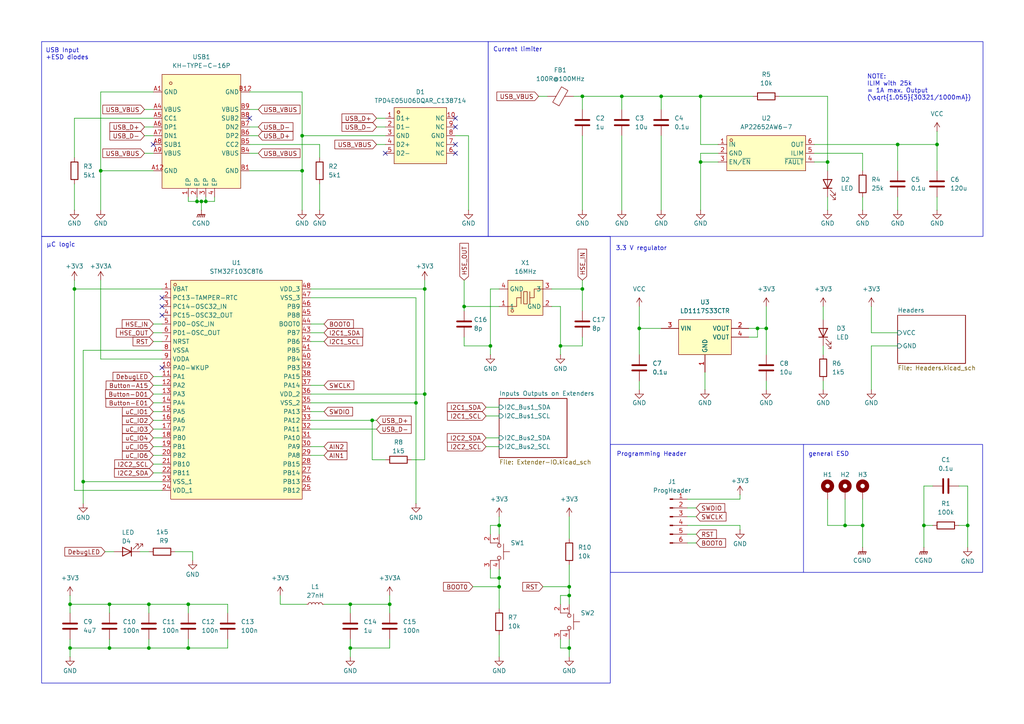
<source format=kicad_sch>
(kicad_sch (version 20231120) (generator "eeschema") (generator_version "8.0")
  (paper "A4")
  (title_block (title "Logic, Power & ESD") (date "2024-09-01") (rev "v0.9.0"))
  (junction (at 113.03 175.26))
  (junction (at 59.69 58.42))
  (junction (at 101.6 187.96))
  (junction (at 168.91 83.82))
  (junction (at 107.95 121.92))
  (junction (at 245.11 152.4))
  (junction (at 144.78 170.18))
  (junction (at 144.78 152.4))
  (junction (at 142.24 100.33))
  (junction (at 162.56 100.33))
  (junction (at 250.19 152.4))
  (junction (at 21.59 83.82))
  (junction (at 165.1 170.18))
  (junction (at 87.63 49.53))
  (junction (at 240.03 46.99))
  (junction (at 260.35 41.91))
  (junction (at 31.75 187.96))
  (junction (at 267.97 152.4))
  (junction (at 203.2 46.99))
  (junction (at 101.6 175.26))
  (junction (at 43.18 187.96))
  (junction (at 87.63 39.37))
  (junction (at 54.61 187.96))
  (junction (at 271.78 41.91))
  (junction (at 180.34 27.94))
  (junction (at 20.32 175.26))
  (junction (at 144.78 167.64))
  (junction (at 57.15 58.42))
  (junction (at 203.2 27.94))
  (junction (at 165.1 187.96))
  (junction (at 219.71 95.25))
  (junction (at 191.77 27.94))
  (junction (at 24.13 139.7))
  (junction (at 20.32 187.96))
  (junction (at 123.19 114.3))
  (junction (at 54.61 175.26))
  (junction (at 168.91 27.94))
  (junction (at 123.19 83.82))
  (junction (at 185.42 95.25))
  (junction (at 222.25 95.25))
  (junction (at 31.75 175.26))
  (junction (at 120.65 116.84))
  (junction (at 43.18 175.26))
  (junction (at 58.42 58.42))
  (junction (at 29.21 49.53))
  (junction (at 165.1 172.72))
  (junction (at 134.62 88.9))
  (junction (at 280.67 152.4))
  (no_connect (at 46.99 86.36))
  (no_connect (at 132.08 44.45))
  (no_connect (at 46.99 88.9))
  (no_connect (at 46.99 91.44))
  (no_connect (at 44.45 41.91))
  (no_connect (at 132.08 41.91))
  (no_connect (at 132.08 36.83))
  (no_connect (at 132.08 34.29))
  (no_connect (at 111.76 44.45))
  (no_connect (at 72.39 34.29))
  (no_connect (at 46.99 106.68))
  (wire (pts (xy 54.61 187.96) (xy 43.18 187.96)))
  (wire (pts (xy 134.62 97.79) (xy 134.62 100.33)))
  (wire (pts (xy 66.04 185.42) (xy 66.04 187.96)))
  (wire (pts (xy 134.62 88.9) (xy 134.62 90.17)))
  (wire (pts (xy 43.18 175.26) (xy 43.18 177.8)))
  (wire (pts (xy 74.93 44.45) (xy 72.39 44.45)))
  (wire (pts (xy 270.51 140.97) (xy 267.97 140.97)))
  (wire (pts (xy 252.73 100.33) (xy 260.35 100.33)))
  (wire (pts (xy 93.98 175.26) (xy 101.6 175.26)))
  (wire (pts (xy 29.21 81.28) (xy 29.21 104.14)))
  (wire (pts (xy 240.03 152.4) (xy 245.11 152.4)))
  (wire (pts (xy 33.02 160.02) (xy 30.48 160.02)))
  (wire (pts (xy 135.89 60.96) (xy 135.89 39.37)))
  (wire (pts (xy 168.91 97.79) (xy 168.91 100.33)))
  (wire (pts (xy 44.45 114.3) (xy 46.99 114.3)))
  (wire (pts (xy 240.03 46.99) (xy 236.22 46.99)))
  (wire (pts (xy 142.24 100.33) (xy 142.24 102.87)))
  (wire (pts (xy 162.56 172.72) (xy 165.1 172.72)))
  (wire (pts (xy 46.99 101.6) (xy 24.13 101.6)))
  (wire (pts (xy 162.56 100.33) (xy 162.56 102.87)))
  (wire (pts (xy 55.88 162.56) (xy 55.88 160.02)))
  (wire (pts (xy 20.32 175.26) (xy 31.75 175.26)))
  (wire (pts (xy 180.34 39.37) (xy 180.34 60.96)))
  (wire (pts (xy 120.65 116.84) (xy 120.65 146.05)))
  (wire (pts (xy 134.62 81.28) (xy 134.62 88.9)))
  (wire (pts (xy 203.2 44.45) (xy 203.2 46.99)))
  (wire (pts (xy 191.77 60.96) (xy 191.77 39.37)))
  (wire (pts (xy 87.63 49.53) (xy 87.63 39.37)))
  (wire (pts (xy 199.39 152.4) (xy 214.63 152.4)))
  (wire (pts (xy 271.78 41.91) (xy 271.78 49.53)))
  (wire (pts (xy 203.2 41.91) (xy 208.28 41.91)))
  (wire (pts (xy 199.39 149.86) (xy 201.93 149.86)))
  (wire (pts (xy 217.17 97.79) (xy 219.71 97.79)))
  (polyline (pts (xy 233.045 128.905) (xy 233.0512 165.9902)))
  (wire (pts (xy 93.98 129.54) (xy 90.17 129.54)))
  (wire (pts (xy 43.18 175.26) (xy 54.61 175.26)))
  (wire (pts (xy 142.24 165.1) (xy 142.24 167.64)))
  (wire (pts (xy 208.28 46.99) (xy 203.2 46.99)))
  (wire (pts (xy 44.45 119.38) (xy 46.99 119.38)))
  (wire (pts (xy 134.62 100.33) (xy 142.24 100.33)))
  (wire (pts (xy 123.19 114.3) (xy 123.19 83.82)))
  (wire (pts (xy 214.63 143.51) (xy 214.63 144.78)))
  (wire (pts (xy 44.45 26.67) (xy 29.21 26.67)))
  (wire (pts (xy 203.2 46.99) (xy 203.2 60.96)))
  (wire (pts (xy 168.91 27.94) (xy 168.91 31.75)))
  (wire (pts (xy 142.24 152.4) (xy 144.78 152.4)))
  (wire (pts (xy 54.61 57.15) (xy 54.61 58.42)))
  (wire (pts (xy 90.17 116.84) (xy 120.65 116.84)))
  (wire (pts (xy 165.1 170.18) (xy 165.1 172.72)))
  (wire (pts (xy 41.91 44.45) (xy 44.45 44.45)))
  (wire (pts (xy 144.78 165.1) (xy 144.78 167.64)))
  (wire (pts (xy 217.17 95.25) (xy 219.71 95.25)))
  (wire (pts (xy 165.1 187.96) (xy 165.1 185.42)))
  (wire (pts (xy 109.22 41.91) (xy 111.76 41.91)))
  (wire (pts (xy 46.99 139.7) (xy 24.13 139.7)))
  (wire (pts (xy 109.22 121.92) (xy 107.95 121.92)))
  (wire (pts (xy 21.59 83.82) (xy 46.99 83.82)))
  (wire (pts (xy 44.45 129.54) (xy 46.99 129.54)))
  (wire (pts (xy 165.1 172.72) (xy 165.1 175.26)))
  (wire (pts (xy 44.45 96.52) (xy 46.99 96.52)))
  (wire (pts (xy 240.03 27.94) (xy 240.03 46.99)))
  (wire (pts (xy 92.71 45.72) (xy 92.71 41.91)))
  (wire (pts (xy 101.6 175.26) (xy 113.03 175.26)))
  (wire (pts (xy 44.45 111.76) (xy 46.99 111.76)))
  (wire (pts (xy 93.98 111.76) (xy 90.17 111.76)))
  (wire (pts (xy 81.28 172.72) (xy 81.28 175.26)))
  (wire (pts (xy 90.17 114.3) (xy 123.19 114.3)))
  (wire (pts (xy 204.47 107.95) (xy 204.47 113.03)))
  (wire (pts (xy 72.39 49.53) (xy 87.63 49.53)))
  (wire (pts (xy 219.71 97.79) (xy 219.71 95.25)))
  (wire (pts (xy 24.13 101.6) (xy 24.13 139.7)))
  (wire (pts (xy 29.21 49.53) (xy 44.45 49.53)))
  (wire (pts (xy 252.73 96.52) (xy 260.35 96.52)))
  (wire (pts (xy 140.97 127) (xy 144.78 127)))
  (wire (pts (xy 21.59 81.28) (xy 21.59 83.82)))
  (wire (pts (xy 66.04 175.26) (xy 66.04 177.8)))
  (wire (pts (xy 162.56 187.96) (xy 165.1 187.96)))
  (wire (pts (xy 162.56 88.9) (xy 162.56 100.33)))
  (wire (pts (xy 134.62 88.9) (xy 144.78 88.9)))
  (wire (pts (xy 54.61 175.26) (xy 66.04 175.26)))
  (wire (pts (xy 93.98 119.38) (xy 90.17 119.38)))
  (wire (pts (xy 165.1 163.83) (xy 165.1 170.18)))
  (wire (pts (xy 280.67 140.97) (xy 280.67 152.4)))
  (wire (pts (xy 166.37 27.94) (xy 168.91 27.94)))
  (wire (pts (xy 250.19 152.4) (xy 250.19 158.75)))
  (wire (pts (xy 20.32 172.72) (xy 20.32 175.26)))
  (wire (pts (xy 260.35 57.15) (xy 260.35 60.96)))
  (wire (pts (xy 168.91 81.28) (xy 168.91 83.82)))
  (wire (pts (xy 113.03 187.96) (xy 101.6 187.96)))
  (wire (pts (xy 240.03 49.53) (xy 240.03 46.99)))
  (wire (pts (xy 162.56 88.9) (xy 160.02 88.9)))
  (wire (pts (xy 31.75 185.42) (xy 31.75 187.96)))
  (wire (pts (xy 252.73 88.9) (xy 252.73 96.52)))
  (wire (pts (xy 113.03 177.8) (xy 113.03 175.26)))
  (wire (pts (xy 54.61 185.42) (xy 54.61 187.96)))
  (wire (pts (xy 271.78 41.91) (xy 260.35 41.91)))
  (wire (pts (xy 142.24 83.82) (xy 142.24 100.33)))
  (wire (pts (xy 199.39 154.94) (xy 201.93 154.94)))
  (wire (pts (xy 74.93 31.75) (xy 72.39 31.75)))
  (wire (pts (xy 271.78 38.1) (xy 271.78 41.91)))
  (wire (pts (xy 267.97 152.4) (xy 267.97 158.75)))
  (wire (pts (xy 54.61 58.42) (xy 57.15 58.42)))
  (wire (pts (xy 101.6 175.26) (xy 101.6 177.8)))
  (wire (pts (xy 41.91 31.75) (xy 44.45 31.75)))
  (wire (pts (xy 58.42 58.42) (xy 59.69 58.42)))
  (wire (pts (xy 144.78 170.18) (xy 144.78 176.53)))
  (wire (pts (xy 199.39 144.78) (xy 214.63 144.78)))
  (wire (pts (xy 238.76 113.03) (xy 238.76 110.49)))
  (wire (pts (xy 92.71 60.96) (xy 92.71 53.34)))
  (wire (pts (xy 260.35 41.91) (xy 260.35 49.53)))
  (wire (pts (xy 120.65 86.36) (xy 120.65 116.84)))
  (wire (pts (xy 29.21 26.67) (xy 29.21 49.53)))
  (wire (pts (xy 250.19 57.15) (xy 250.19 60.96)))
  (wire (pts (xy 90.17 121.92) (xy 107.95 121.92)))
  (wire (pts (xy 156.21 27.94) (xy 158.75 27.94)))
  (wire (pts (xy 44.45 124.46) (xy 46.99 124.46)))
  (wire (pts (xy 101.6 187.96) (xy 101.6 190.5)))
  (wire (pts (xy 168.91 83.82) (xy 160.02 83.82)))
  (wire (pts (xy 93.98 93.98) (xy 90.17 93.98)))
  (wire (pts (xy 140.97 129.54) (xy 144.78 129.54)))
  (wire (pts (xy 113.03 185.42) (xy 113.03 187.96)))
  (wire (pts (xy 168.91 100.33) (xy 162.56 100.33)))
  (wire (pts (xy 87.63 39.37) (xy 111.76 39.37)))
  (wire (pts (xy 185.42 110.49) (xy 185.42 113.03)))
  (wire (pts (xy 271.78 57.15) (xy 271.78 60.96)))
  (wire (pts (xy 87.63 60.96) (xy 87.63 49.53)))
  (wire (pts (xy 101.6 185.42) (xy 101.6 187.96)))
  (wire (pts (xy 165.1 187.96) (xy 165.1 190.5)))
  (wire (pts (xy 93.98 132.08) (xy 90.17 132.08)))
  (wire (pts (xy 90.17 83.82) (xy 123.19 83.82)))
  (wire (pts (xy 226.06 27.94) (xy 240.03 27.94)))
  (wire (pts (xy 24.13 139.7) (xy 24.13 146.05)))
  (wire (pts (xy 168.91 27.94) (xy 180.34 27.94)))
  (wire (pts (xy 222.25 95.25) (xy 222.25 102.87)))
  (wire (pts (xy 31.75 177.8) (xy 31.75 175.26)))
  (wire (pts (xy 180.34 31.75) (xy 180.34 27.94)))
  (wire (pts (xy 109.22 36.83) (xy 111.76 36.83)))
  (wire (pts (xy 203.2 27.94) (xy 203.2 41.91)))
  (wire (pts (xy 185.42 88.9) (xy 185.42 95.25)))
  (wire (pts (xy 191.77 27.94) (xy 191.77 31.75)))
  (wire (pts (xy 142.24 154.94) (xy 142.24 152.4)))
  (wire (pts (xy 203.2 27.94) (xy 218.44 27.94)))
  (wire (pts (xy 142.24 167.64) (xy 144.78 167.64)))
  (wire (pts (xy 168.91 60.96) (xy 168.91 39.37)))
  (wire (pts (xy 199.39 147.32) (xy 201.93 147.32)))
  (wire (pts (xy 43.18 185.42) (xy 43.18 187.96)))
  (wire (pts (xy 57.15 58.42) (xy 58.42 58.42)))
  (wire (pts (xy 250.19 144.78) (xy 250.19 152.4)))
  (wire (pts (xy 219.71 95.25) (xy 222.25 95.25)))
  (wire (pts (xy 41.91 36.83) (xy 44.45 36.83)))
  (wire (pts (xy 107.95 133.35) (xy 107.95 121.92)))
  (wire (pts (xy 280.67 152.4) (xy 278.13 152.4)))
  (wire (pts (xy 44.45 109.22) (xy 46.99 109.22)))
  (wire (pts (xy 199.39 157.48) (xy 201.93 157.48)))
  (wire (pts (xy 270.51 152.4) (xy 267.97 152.4)))
  (wire (pts (xy 250.19 44.45) (xy 250.19 49.53)))
  (wire (pts (xy 29.21 49.53) (xy 29.21 60.96)))
  (wire (pts (xy 240.03 144.78) (xy 240.03 152.4)))
  (wire (pts (xy 140.97 120.65) (xy 144.78 120.65)))
  (wire (pts (xy 44.45 99.06) (xy 46.99 99.06)))
  (wire (pts (xy 144.78 167.64) (xy 144.78 170.18)))
  (wire (pts (xy 165.1 149.86) (xy 165.1 156.21)))
  (wire (pts (xy 44.45 127) (xy 46.99 127)))
  (wire (pts (xy 44.45 134.62) (xy 46.99 134.62)))
  (wire (pts (xy 214.63 153.67) (xy 214.63 152.4)))
  (wire (pts (xy 81.28 175.26) (xy 88.9 175.26)))
  (wire (pts (xy 90.17 124.46) (xy 109.22 124.46)))
  (wire (pts (xy 278.13 140.97) (xy 280.67 140.97)))
  (wire (pts (xy 135.89 39.37) (xy 132.08 39.37)))
  (wire (pts (xy 43.18 160.02) (xy 40.64 160.02)))
  (wire (pts (xy 74.93 39.37) (xy 72.39 39.37)))
  (wire (pts (xy 44.45 121.92) (xy 46.99 121.92)))
  (wire (pts (xy 44.45 132.08) (xy 46.99 132.08)))
  (wire (pts (xy 144.78 152.4) (xy 144.78 149.86)))
  (wire (pts (xy 111.76 133.35) (xy 107.95 133.35)))
  (wire (pts (xy 280.67 158.75) (xy 280.67 152.4)))
  (wire (pts (xy 41.91 39.37) (xy 44.45 39.37)))
  (wire (pts (xy 236.22 44.45) (xy 250.19 44.45)))
  (wire (pts (xy 31.75 175.26) (xy 43.18 175.26)))
  (wire (pts (xy 31.75 187.96) (xy 20.32 187.96)))
  (wire (pts (xy 267.97 140.97) (xy 267.97 152.4)))
  (wire (pts (xy 168.91 83.82) (xy 168.91 90.17)))
  (wire (pts (xy 208.28 44.45) (xy 203.2 44.45)))
  (wire (pts (xy 109.22 34.29) (xy 111.76 34.29)))
  (wire (pts (xy 59.69 57.15) (xy 59.69 58.42)))
  (wire (pts (xy 123.19 133.35) (xy 123.19 114.3)))
  (wire (pts (xy 44.45 137.16) (xy 46.99 137.16)))
  (wire (pts (xy 62.23 58.42) (xy 62.23 57.15)))
  (wire (pts (xy 113.03 172.72) (xy 113.03 175.26)))
  (wire (pts (xy 222.25 110.49) (xy 222.25 113.03)))
  (wire (pts (xy 144.78 83.82) (xy 142.24 83.82)))
  (wire (pts (xy 66.04 187.96) (xy 54.61 187.96)))
  (wire (pts (xy 43.18 187.96) (xy 31.75 187.96)))
  (wire (pts (xy 180.34 27.94) (xy 191.77 27.94)))
  (wire (pts (xy 144.78 152.4) (xy 144.78 154.94)))
  (wire (pts (xy 240.03 60.96) (xy 240.03 57.15)))
  (wire (pts (xy 87.63 26.67) (xy 72.39 26.67)))
  (wire (pts (xy 46.99 142.24) (xy 21.59 142.24)))
  (wire (pts (xy 157.48 170.18) (xy 165.1 170.18)))
  (wire (pts (xy 87.63 39.37) (xy 87.63 26.67)))
  (wire (pts (xy 59.69 58.42) (xy 62.23 58.42)))
  (wire (pts (xy 21.59 142.24) (xy 21.59 83.82)))
  (wire (pts (xy 185.42 102.87) (xy 185.42 95.25)))
  (wire (pts (xy 57.15 57.15) (xy 57.15 58.42)))
  (wire (pts (xy 260.35 41.91) (xy 236.22 41.91)))
  (wire (pts (xy 252.73 113.03) (xy 252.73 100.33)))
  (wire (pts (xy 137.16 170.18) (xy 144.78 170.18)))
  (wire (pts (xy 119.38 133.35) (xy 123.19 133.35)))
  (wire (pts (xy 93.98 96.52) (xy 90.17 96.52)))
  (wire (pts (xy 54.61 175.26) (xy 54.61 177.8)))
  (wire (pts (xy 58.42 58.42) (xy 58.42 60.96)))
  (wire (pts (xy 238.76 100.33) (xy 238.76 102.87)))
  (wire (pts (xy 238.76 92.71) (xy 238.76 88.9)))
  (wire (pts (xy 44.45 116.84) (xy 46.99 116.84)))
  (wire (pts (xy 29.21 104.14) (xy 46.99 104.14)))
  (wire (pts (xy 140.97 118.11) (xy 144.78 118.11)))
  (wire (pts (xy 90.17 86.36) (xy 120.65 86.36)))
  (wire (pts (xy 245.11 144.78) (xy 245.11 152.4)))
  (wire (pts (xy 123.19 81.28) (xy 123.19 83.82)))
  (wire (pts (xy 245.11 152.4) (xy 250.19 152.4)))
  (wire (pts (xy 44.45 93.98) (xy 46.99 93.98)))
  (wire (pts (xy 21.59 34.29) (xy 44.45 34.29)))
  (wire (pts (xy 74.93 36.83) (xy 72.39 36.83)))
  (wire (pts (xy 50.8 160.02) (xy 55.88 160.02)))
  (wire (pts (xy 185.42 95.25) (xy 191.77 95.25)))
  (wire (pts (xy 20.32 187.96) (xy 20.32 190.5)))
  (wire (pts (xy 20.32 185.42) (xy 20.32 187.96)))
  (wire (pts (xy 93.98 99.06) (xy 90.17 99.06)))
  (wire (pts (xy 144.78 184.15) (xy 144.78 190.5)))
  (wire (pts (xy 21.59 60.96) (xy 21.59 53.34)))
  (wire (pts (xy 222.25 88.9) (xy 222.25 95.25)))
  (wire (pts (xy 92.71 41.91) (xy 72.39 41.91)))
  (wire (pts (xy 162.56 175.26) (xy 162.56 172.72)))
  (wire (pts (xy 162.56 185.42) (xy 162.56 187.96)))
  (wire (pts (xy 20.32 175.26) (xy 20.32 177.8)))
  (wire (pts (xy 191.77 27.94) (xy 203.2 27.94)))
  (wire (pts (xy 21.59 45.72) (xy 21.59 34.29)))
  (rectangle (start 12.065 68.58) (end 177.0045 198.12))
  (rectangle (start 12.065 12.065) (end 141.605 68.58))
  (rectangle (start 141.605 12.065) (end 285.115 68.58))
  (rectangle (start 177.0155 128.905) (end 285.0038 166.0117))
  (text "µC logic" (at 13.462 70.358 0) (effects (font (size 1.27 1.27)) (justify left top)))
  (text "3.3 V regulator\n" (at 178.562 71.374 0) (effects (font (size 1.27 1.27)) (justify left top)))
  (text "NOTE:\nILIM with 25k\n= 1A max. Output\n(\\sqrt{1.055}{30321/1000mA})" (at 251.46 21.59 0) (effects (font (size 1.27 1.27)) (justify left top)))
  (text "Current limiter\n" (at 143.002 13.716 0) (effects (font (size 1.27 1.27)) (justify left top)))
  (text "general ESD\n" (at 234.442 131.064 0) (effects (font (size 1.27 1.27)) (justify left top)))
  (text "USB Input\n+ESD diodes" (at 13.208 15.748 0) (effects (font (size 1.27 1.27)) (justify left)))
  (text "Programming Header\n" (at 178.816 131.064 0) (effects (font (size 1.27 1.27)) (justify left top)))
  (global_label "SWDIO" (shape input) (at 93.98 119.38 0) (property "Intersheetrefs" "${INTERSHEET_REFS}" (effects (hide yes))))
  (global_label "I2C1_SCL" (shape input) (at 140.97 120.65 180) (property "Intersheetrefs" "${INTERSHEET_REFS}" (effects (hide yes))))
  (global_label "HSE_OUT" (shape input) (at 44.45 96.52 180) (property "Intersheetrefs" "${INTERSHEET_REFS}" (effects (hide yes))))
  (global_label "HSE_IN" (shape input) (at 168.91 81.28 90) (property "Intersheetrefs" "${INTERSHEET_REFS}" (effects (hide yes))))
  (global_label "USB_VBUS" (shape input) (at 156.21 27.94 180) (property "Intersheetrefs" "${INTERSHEET_REFS}" (effects (hide yes))))
  (global_label "I2C2_SCL" (shape input) (at 140.97 129.54 180) (property "Intersheetrefs" "${INTERSHEET_REFS}" (effects (hide yes))))
  (global_label "USB_VBUS" (shape input) (at 109.22 41.91 180) (property "Intersheetrefs" "${INTERSHEET_REFS}" (effects (hide yes))))
  (global_label "USB_VBUS" (shape input) (at 41.91 44.45 180) (property "Intersheetrefs" "${INTERSHEET_REFS}" (effects (hide yes))))
  (global_label "SWCLK" (shape input) (at 93.98 111.76 0) (property "Intersheetrefs" "${INTERSHEET_REFS}" (effects (hide yes))))
  (global_label "USB_D+" (shape input) (at 41.91 36.83 180) (property "Intersheetrefs" "${INTERSHEET_REFS}" (effects (hide yes))))
  (global_label "AIN2" (shape input) (at 93.98 129.54 0) (property "Intersheetrefs" "${INTERSHEET_REFS}" (effects (hide yes))))
  (global_label "BOOT0" (shape input) (at 201.93 157.48 0) (property "Intersheetrefs" "${INTERSHEET_REFS}" (effects (hide yes))))
  (global_label "I2C2_SDA" (shape input) (at 140.97 127 180) (property "Intersheetrefs" "${INTERSHEET_REFS}" (effects (hide yes))))
  (global_label "BOOT0" (shape input) (at 137.16 170.18 180) (property "Intersheetrefs" "${INTERSHEET_REFS}" (effects (hide yes))))
  (global_label "I2C1_SCL" (shape input) (at 93.98 99.06 0) (property "Intersheetrefs" "${INTERSHEET_REFS}" (effects (hide yes))))
  (global_label "USB_D-" (shape input) (at 109.22 36.83 180) (property "Intersheetrefs" "${INTERSHEET_REFS}" (effects (hide yes))))
  (global_label "I2C2_SCL" (shape input) (at 44.45 134.62 180) (property "Intersheetrefs" "${INTERSHEET_REFS}" (effects (hide yes))))
  (global_label "Button-E01" (shape input) (at 44.45 116.84 180) (property "Intersheetrefs" "${INTERSHEET_REFS}" (effects (hide yes))))
  (global_label "HSE_IN" (shape input) (at 44.45 93.98 180) (property "Intersheetrefs" "${INTERSHEET_REFS}" (effects (hide yes))))
  (global_label "I2C1_SDA" (shape input) (at 140.97 118.11 180) (property "Intersheetrefs" "${INTERSHEET_REFS}" (effects (hide yes))))
  (global_label "uC_IO5" (shape input) (at 44.45 129.54 180) (property "Intersheetrefs" "${INTERSHEET_REFS}" (effects (hide yes))))
  (global_label "DebugLED" (shape input) (at 30.48 160.02 180) (property "Intersheetrefs" "${INTERSHEET_REFS}" (effects (hide yes))))
  (global_label "uC_IO6" (shape input) (at 44.45 132.08 180) (property "Intersheetrefs" "${INTERSHEET_REFS}" (effects (hide yes))))
  (global_label "uC_IO2" (shape input) (at 44.45 121.92 180) (property "Intersheetrefs" "${INTERSHEET_REFS}" (effects (hide yes))))
  (global_label "Button-A15" (shape input) (at 44.45 111.76 180) (property "Intersheetrefs" "${INTERSHEET_REFS}" (effects (hide yes))))
  (global_label "RST" (shape input) (at 201.93 154.94 0) (property "Intersheetrefs" "${INTERSHEET_REFS}" (effects (hide yes))))
  (global_label "HSE_OUT" (shape input) (at 134.62 81.28 90) (property "Intersheetrefs" "${INTERSHEET_REFS}" (effects (hide yes))))
  (global_label "SWCLK" (shape input) (at 201.93 149.86 0) (property "Intersheetrefs" "${INTERSHEET_REFS}" (effects (hide yes))))
  (global_label "USB_D-" (shape input) (at 109.22 124.46 0) (property "Intersheetrefs" "${INTERSHEET_REFS}" (effects (hide yes))))
  (global_label "AIN1" (shape input) (at 93.98 132.08 0) (property "Intersheetrefs" "${INTERSHEET_REFS}" (effects (hide yes))))
  (global_label "Button-D01" (shape input) (at 44.45 114.3 180) (property "Intersheetrefs" "${INTERSHEET_REFS}" (effects (hide yes))))
  (global_label "USB_D-" (shape input) (at 41.91 39.37 180) (property "Intersheetrefs" "${INTERSHEET_REFS}" (effects (hide yes))))
  (global_label "USB_D+" (shape input) (at 109.22 34.29 180) (property "Intersheetrefs" "${INTERSHEET_REFS}" (effects (hide yes))))
  (global_label "USB_VBUS" (shape input) (at 41.91 31.75 180) (property "Intersheetrefs" "${INTERSHEET_REFS}" (effects (hide yes))))
  (global_label "uC_IO1" (shape input) (at 44.45 119.38 180) (property "Intersheetrefs" "${INTERSHEET_REFS}" (effects (hide yes))))
  (global_label "uC_IO4" (shape input) (at 44.45 127 180) (property "Intersheetrefs" "${INTERSHEET_REFS}" (effects (hide yes))))
  (global_label "USB_VBUS" (shape input) (at 74.93 31.75 0) (property "Intersheetrefs" "${INTERSHEET_REFS}" (effects (hide yes))))
  (global_label "USB_D+" (shape input) (at 109.22 121.92 0) (property "Intersheetrefs" "${INTERSHEET_REFS}" (effects (hide yes))))
  (global_label "USB_D-" (shape input) (at 74.93 36.83 0) (property "Intersheetrefs" "${INTERSHEET_REFS}" (effects (hide yes))))
  (global_label "USB_D+" (shape input) (at 74.93 39.37 0) (property "Intersheetrefs" "${INTERSHEET_REFS}" (effects (hide yes))))
  (global_label "I2C1_SDA" (shape input) (at 93.98 96.52 0) (property "Intersheetrefs" "${INTERSHEET_REFS}" (effects (hide yes))))
  (global_label "DebugLED" (shape input) (at 44.45 109.22 180) (property "Intersheetrefs" "${INTERSHEET_REFS}" (effects (hide yes))))
  (global_label "BOOT0" (shape input) (at 93.98 93.98 0) (property "Intersheetrefs" "${INTERSHEET_REFS}" (effects (hide yes))))
  (global_label "RST" (shape input) (at 157.48 170.18 180) (property "Intersheetrefs" "${INTERSHEET_REFS}" (effects (hide yes))))
  (global_label "SWDIO" (shape input) (at 201.93 147.32 0) (property "Intersheetrefs" "${INTERSHEET_REFS}" (effects (hide yes))))
  (global_label "USB_VBUS" (shape input) (at 74.93 44.45 0) (property "Intersheetrefs" "${INTERSHEET_REFS}" (effects (hide yes))))
  (global_label "RST" (shape input) (at 44.45 99.06 180) (property "Intersheetrefs" "${INTERSHEET_REFS}" (effects (hide yes))))
  (global_label "uC_IO3" (shape input) (at 44.45 124.46 180) (property "Intersheetrefs" "${INTERSHEET_REFS}" (effects (hide yes))))
  (global_label "I2C2_SDA" (shape input) (at 44.45 137.16 180) (property "Intersheetrefs" "${INTERSHEET_REFS}" (effects (hide yes))))
  (symbol (lib_id "power:GND") (at 87.63 60.96 0) (unit 1)
    (property "Reference" "#PWR03" (effects (hide yes)))
    (property "Value" "GND" (at 87.63 64.77 0))
    (property "Description" "Power symbol creates a global label with name \"GND\" , ground" (effects (hide yes)))
  )
  (symbol (lib_id "power:GND") (at 142.24 102.87 0) (unit 1)
    (property "Reference" "#PWR028" (effects (hide yes)))
    (property "Value" "GND" (at 142.24 106.934 0))
    (property "Description" "Power symbol creates a global label with name \"GND\" , ground" (effects (hide yes)))
  )
  (symbol (lib_id "power:+3V3") (at 113.03 172.72 0) (unit 1)
    (property "Reference" "#PWR038" (effects (hide yes)))
    (property "Value" "+3V3A" (at 113.03 167.64 0))
    (property "Description" "Power symbol creates a global label with name \"+3V3\"" (effects (hide yes)))
  )
  (symbol (lib_id "power:GND") (at 240.03 60.96 0) (unit 1)
    (property "Reference" "#PWR021" (effects (hide yes)))
    (property "Value" "GND" (at 240.03 64.77 0))
    (property "Description" "Power symbol creates a global label with name \"GND\" , ground" (effects (hide yes)))
  )
  (symbol (lib_id "Device:C") (at 54.61 181.61 180) (unit 1)
    (property "Reference" "C12" (at 58.42 180.3399 0) (effects (justify right)))
    (property "Value" "100n" (at 58.42 182.8799 0) (effects (justify right)))
    (property "Footprint" "Capacitor_SMD:C_0603_1608Metric" (effects (hide yes)))
    (property "Description" "Unpolarized capacitor" (effects (hide yes)))
  )
  (symbol (lib_id "Device:C") (at 134.62 93.98 180) (unit 1)
    (property "Reference" "C16" (at 137.414 92.71 0) (effects (justify right)))
    (property "Value" "8p" (at 137.414 95.25 0) (effects (justify right)))
    (property "Footprint" "Capacitor_SMD:C_0603_1608Metric" (effects (hide yes)))
    (property "Description" "Unpolarized capacitor" (effects (hide yes)))
  )
  (symbol (lib_id "Device:C") (at 101.6 181.61 180) (unit 1)
    (property "Reference" "C14" (at 105.41 180.3399 0) (effects (justify right)))
    (property "Value" "1u" (at 105.41 182.8799 0) (effects (justify right)))
    (property "Footprint" "Capacitor_SMD:C_0603_1608Metric" (effects (hide yes)))
    (property "Description" "Unpolarized capacitor" (effects (hide yes)))
  )
  (symbol (lib_id "power:GND") (at 29.21 60.96 0) (unit 1)
    (property "Reference" "#PWR01" (effects (hide yes)))
    (property "Value" "GND" (at 29.21 64.77 0))
    (property "Description" "Power symbol creates a global label with name \"GND\" , ground" (effects (hide yes)))
  )
  (symbol (lib_id "power:GND") (at 280.67 158.75 0) (unit 1)
    (property "Reference" "#PWR09" (effects (hide yes)))
    (property "Value" "GND" (at 280.67 162.814 0))
    (property "Description" "Power symbol creates a global label with name \"GND\" , ground" (effects (hide yes)))
  )
  (symbol (lib_id "Device:R") (at 144.78 180.34 180) (unit 1)
    (property "Reference" "R7" (at 147.32 179.0699 0) (effects (justify right)))
    (property "Value" "10k" (at 147.32 181.6099 0) (effects (justify right)))
    (property "Footprint" "Resistor_SMD:R_0603_1608Metric" (effects (hide yes)))
    (property "Description" "Resistor" (effects (hide yes)))
  )
  (symbol (lib_id "easyeda2kicad:KH-TYPE-C-16P") (at 59.69 39.37 0) (unit 1)
    (property "Reference" "USB1" (at 58.42 16.51 0))
    (property "Value" "KH-TYPE-C-16P" (at 58.42 19.05 0))
    (property "Footprint" "easyeda2kicad:USB-C-SMD_KH-TYPE-C-16P" (effects (hide yes)))
    (property "Datasheet" "https://lcsc.com/product-detail/USB-Connectors_Shenzhen-Kinghelm-Elec-KH-TYPE-C-16P_C709357.html" (effects (hide yes)))
    (property "LCSC Part" "C709357" (effects (hide yes)))
  )
  (symbol (lib_id "power:GND") (at 271.78 60.96 0) (unit 1)
    (property "Reference" "#PWR020" (effects (hide yes)))
    (property "Value" "GND" (at 271.78 64.77 0))
    (property "Description" "Power symbol creates a global label with name \"GND\" , ground" (effects (hide yes)))
  )
  (symbol (lib_id "power:GND") (at 168.91 60.96 0) (unit 1)
    (property "Reference" "#PWR06" (effects (hide yes)))
    (property "Value" "GND" (at 168.91 64.77 0))
    (property "Description" "Power symbol creates a global label with name \"GND\" , ground" (effects (hide yes)))
  )
  (symbol (lib_id "power:GNDPWR") (at 250.19 158.75 0) (unit 1)
    (property "Reference" "#PWR07" (effects (hide yes)))
    (property "Value" "CGND" (at 250.063 162.56 0))
    (property "Description" "Power symbol creates a global label with name \"GNDPWR\" , global ground" (effects (hide yes)))
  )
  (symbol (lib_id "Device:C") (at 43.18 181.61 180) (unit 1)
    (property "Reference" "C11" (at 46.99 180.3399 0) (effects (justify right)))
    (property "Value" "100n" (at 46.99 182.8799 0) (effects (justify right)))
    (property "Footprint" "Capacitor_SMD:C_0603_1608Metric" (effects (hide yes)))
    (property "Description" "Unpolarized capacitor" (effects (hide yes)))
  )
  (symbol (lib_id "Device:R") (at 238.76 106.68 0) (unit 1)
    (property "Reference" "R6" (at 241.3 105.4099 0) (effects (justify left)))
    (property "Value" "1k5" (at 241.3 107.9499 0) (effects (justify left)))
    (property "Footprint" "Resistor_SMD:R_0603_1608Metric" (effects (hide yes)))
    (property "Description" "Resistor" (effects (hide yes)))
  )
  (symbol (lib_id "power:GND") (at 21.59 60.96 0) (unit 1)
    (property "Reference" "#PWR04" (effects (hide yes)))
    (property "Value" "GND" (at 21.59 64.77 0))
    (property "Description" "Power symbol creates a global label with name \"GND\" , ground" (effects (hide yes)))
  )
  (symbol (lib_id "power:VCC") (at 185.42 88.9 0) (unit 1)
    (property "Reference" "#PWR015" (effects (hide yes)))
    (property "Value" "VCC" (at 185.42 83.82 0))
    (property "Description" "Power symbol creates a global label with name \"VCC\"" (effects (hide yes)))
  )
  (symbol (lib_id "Device:R") (at 274.32 152.4 270) (unit 1)
    (property "Reference" "R1" (at 274.32 146.05 90))
    (property "Value" "100k" (at 274.32 148.59 90))
    (property "Footprint" "Resistor_SMD:R_0805_2012Metric" (effects (hide yes)))
    (property "Description" "Resistor" (effects (hide yes)))
  )
  (symbol (lib_id "Device:LED") (at 238.76 96.52 90) (unit 1)
    (property "Reference" "D3" (at 242.57 95.25 90) (effects (justify right)))
    (property "Value" "LED" (at 242.57 97.79 90) (effects (justify right)))
    (property "Footprint" "LED_SMD:LED_0603_1608Metric" (effects (hide yes)))
    (property "Description" "Light emitting diode" (effects (hide yes)))
  )
  (symbol (lib_id "power:+3V3") (at 144.78 149.86 0) (unit 1)
    (property "Reference" "#PWR041" (effects (hide yes)))
    (property "Value" "+3V3" (at 144.78 144.78 0))
    (property "Description" "Power symbol creates a global label with name \"+3V3\"" (effects (hide yes)))
  )
  (symbol (lib_id "power:+3V3") (at 81.28 172.72 0) (unit 1)
    (property "Reference" "#PWR035" (effects (hide yes)))
    (property "Value" "+3V3" (at 81.28 167.64 0))
    (property "Description" "Power symbol creates a global label with name \"+3V3\"" (effects (hide yes)))
  )
  (symbol (lib_id "Mechanical:MountingHole_Pad_MP") (at 240.03 142.24 0) (unit 1) (exclude_from_sim yes) (in_bom no)
    (property "Reference" "H1" (at 240.03 137.668 0))
    (property "Value" "MountingHole_Pad_MP" (effects (hide yes)))
    (property "Footprint" "MountingHole:MountingHole_3.2mm_M3_DIN965_Pad_TopBottom" (effects (hide yes)))
    (property "Description" "Mounting Hole with connection as pad named MP" (effects (hide yes)))
  )
  (symbol (lib_id "power:+3V3") (at 20.32 172.72 0) (unit 1)
    (property "Reference" "#PWR031" (effects (hide yes)))
    (property "Value" "+3V3" (at 20.32 167.64 0))
    (property "Description" "Power symbol creates a global label with name \"+3V3\"" (effects (hide yes)))
  )
  (symbol (lib_id "Device:C") (at 66.04 181.61 180) (unit 1)
    (property "Reference" "C13" (at 69.85 180.3399 0) (effects (justify right)))
    (property "Value" "100n" (at 69.85 182.8799 0) (effects (justify right)))
    (property "Footprint" "Capacitor_SMD:C_0603_1608Metric" (effects (hide yes)))
    (property "Description" "Unpolarized capacitor" (effects (hide yes)))
  )
  (symbol (lib_id "Device:FerriteBead") (at 162.56 27.94 90) (unit 1)
    (property "Reference" "FB1" (at 162.5092 20.32 90))
    (property "Value" "100R@100MHz" (at 162.5092 22.86 90))
    (property "Footprint" "easyeda2kicad:L0603" (effects (hide yes)))
    (property "Datasheet" "https://lcsc.com/product-detail/Ferrite-Beads-And-Chips_TDK_MPZ1608S101ATAH0_100R-25-at100MHz_C107332.html" (effects (hide yes)))
    (property "Description" "Ferrite bead" (effects (hide yes)))
    (property "LCSC Part" "C107332" (effects (hide yes)))
  )
  (symbol (lib_id "power:+3V3") (at 222.25 88.9 0) (unit 1)
    (property "Reference" "#PWR024" (effects (hide yes)))
    (property "Value" "+3V3" (at 222.25 83.82 0))
    (property "Description" "Power symbol creates a global label with name \"+3V3\"" (effects (hide yes)))
  )
  (symbol (lib_id "power:GND") (at 238.76 113.03 0) (unit 1)
    (property "Reference" "#PWR029" (effects (hide yes)))
    (property "Value" "GND" (at 238.76 116.84 0))
    (property "Description" "Power symbol creates a global label with name \"GND\" , ground" (effects (hide yes)))
  )
  (symbol (lib_id "Connector:Conn_01x06_Pin") (at 194.31 149.86 0) (unit 1)
    (property "Reference" "J1" (at 194.945 139.7 0))
    (property "Value" "ProgHeader" (at 194.945 142.24 0))
    (property "Footprint" "easyeda2kicad:HDR-SMD_6P-P2.54-V-M-LS4.8_R2" (effects (hide yes)))
    (property "Datasheet" "https://www.lcsc.com/product-detail/Pin-Headers_XKB-Connection-X6511WVS-06H-C60D48R2_C2883763.html" (effects (hide yes)))
    (property "Description" "Generic connector, single row, 01x06, script generated" (effects (hide yes)))
    (property "LCSC Part" "C2883763" (effects (hide yes)))
  )
  (symbol (lib_id "easyeda2kicad:STM32F103C8T6") (at 68.58 113.03 0) (unit 1)
    (property "Reference" "U1" (at 68.58 76.2 0))
    (property "Value" "STM32F103C8T6" (at 68.58 78.74 0))
    (property "Footprint" "easyeda2kicad:LQFP-48_L7.0-W7.0-P0.50-LS9.0-BL" (effects (hide yes)))
    (property "Datasheet" "https://lcsc.com/product-detail/ST-Microelectronics_STMicroelectronics_STM32F103C8T6_STM32F103C8T6_C8734.html" (effects (hide yes)))
    (property "LCSC Part" "C8734" (effects (hide yes)))
  )
  (symbol (lib_id "power:GND") (at 120.65 146.05 0) (mirror y) (unit 1)
    (property "Reference" "#PWR040" (effects (hide yes)))
    (property "Value" "GND" (at 120.65 150.114 0))
    (property "Description" "Power symbol creates a global label with name \"GND\" , ground" (effects (hide yes)))
  )
  (symbol (lib_id "power:GNDPWR") (at 58.42 60.96 0) (unit 1)
    (property "Reference" "#PWR02" (effects (hide yes)))
    (property "Value" "CGND" (at 58.293 64.77 0))
    (property "Description" "Power symbol creates a global label with name \"GNDPWR\" , global ground" (effects (hide yes)))
  )
  (symbol (lib_id "Device:R") (at 46.99 160.02 90) (unit 1)
    (property "Reference" "R9" (at 48.895 156.8451 90) (effects (justify left)))
    (property "Value" "1k5" (at 48.895 154.3051 90) (effects (justify left)))
    (property "Footprint" "Resistor_SMD:R_0603_1608Metric" (effects (hide yes)))
    (property "Description" "Resistor" (effects (hide yes)))
  )
  (symbol (lib_id "power:GND") (at 214.63 153.67 0) (mirror y) (unit 1)
    (property "Reference" "#PWR044" (effects (hide yes)))
    (property "Value" "GND" (at 214.63 157.734 0))
    (property "Description" "Power symbol creates a global label with name \"GND\" , ground" (effects (hide yes)))
  )
  (symbol (lib_id "easyeda2kicad:TZ0233A") (at 152.4 86.36 0) (unit 1)
    (property "Reference" "X1" (at 152.4 76.2 0))
    (property "Value" "16MHz" (at 152.4 78.74 0))
    (property "Footprint" "easyeda2kicad:CRYSTAL-SMD_4P-L3.2-W2.5-BL_SIT8008BI" (effects (hide yes)))
    (property "Datasheet" "https://lcsc.com/product-detail/New-Arrivals_TST-TZ0233A_C498200.html" (effects (hide yes)))
    (property "LCSC Part" "C498200" (effects (hide yes)))
  )
  (symbol (lib_id "power:GND") (at 203.2 60.96 0) (unit 1)
    (property "Reference" "#PWR017" (effects (hide yes)))
    (property "Value" "GND" (at 203.2 64.77 0))
    (property "Description" "Power symbol creates a global label with name \"GND\" , ground" (effects (hide yes)))
  )
  (symbol (lib_id "power:GND") (at 135.89 60.96 0) (unit 1)
    (property "Reference" "#PWR012" (effects (hide yes)))
    (property "Value" "GND" (at 135.89 64.77 0))
    (property "Description" "Power symbol creates a global label with name \"GND\" , ground" (effects (hide yes)))
  )
  (symbol (lib_id "power:GNDPWR") (at 267.97 158.75 0) (unit 1)
    (property "Reference" "#PWR08" (effects (hide yes)))
    (property "Value" "CGND" (at 267.843 162.56 0))
    (property "Description" "Power symbol creates a global label with name \"GNDPWR\" , global ground" (effects (hide yes)))
  )
  (symbol (lib_id "Mechanical:MountingHole_Pad_MP") (at 250.19 142.24 0) (unit 1) (exclude_from_sim yes) (in_bom no)
    (property "Reference" "H3" (at 250.19 137.668 0))
    (property "Value" "MountingHole_Pad_MP" (effects (hide yes)))
    (property "Footprint" "MountingHole:MountingHole_3.2mm_M3_DIN965_Pad_TopBottom" (effects (hide yes)))
    (property "Description" "Mounting Hole with connection as pad named MP" (effects (hide yes)))
  )
  (symbol (lib_id "power:GND") (at 92.71 60.96 0) (unit 1)
    (property "Reference" "#PWR05" (effects (hide yes)))
    (property "Value" "GND" (at 92.71 64.77 0))
    (property "Description" "Power symbol creates a global label with name \"GND\" , ground" (effects (hide yes)))
  )
  (symbol (lib_id "power:+3V3") (at 252.73 88.9 0) (unit 1)
    (property "Reference" "#PWR026" (effects (hide yes)))
    (property "Value" "+3V3" (at 252.73 83.82 0))
    (property "Description" "Power symbol creates a global label with name \"+3V3\"" (effects (hide yes)))
  )
  (symbol (lib_id "Device:R") (at 92.71 49.53 180) (unit 1)
    (property "Reference" "R2" (at 95.25 48.2599 0) (effects (justify right)))
    (property "Value" "5k1" (at 95.25 50.7999 0) (effects (justify right)))
    (property "Footprint" "Resistor_SMD:R_0603_1608Metric" (effects (hide yes)))
    (property "Description" "Resistor" (effects (hide yes)))
  )
  (symbol (lib_id "Device:C") (at 260.35 53.34 180) (unit 1)
    (property "Reference" "C5" (at 264.16 52.0699 0) (effects (justify right)))
    (property "Value" "0.1u" (at 264.16 54.6099 0) (effects (justify right)))
    (property "Footprint" "Capacitor_SMD:C_0603_1608Metric" (effects (hide yes)))
    (property "Description" "Unpolarized capacitor" (effects (hide yes)))
  )
  (symbol (lib_id "power:GND") (at 185.42 113.03 0) (unit 1)
    (property "Reference" "#PWR023" (effects (hide yes)))
    (property "Value" "GND" (at 185.42 116.84 0))
    (property "Description" "Power symbol creates a global label with name \"GND\" , ground" (effects (hide yes)))
  )
  (symbol (lib_id "power:GND") (at 101.6 190.5 0) (unit 1)
    (property "Reference" "#PWR036" (effects (hide yes)))
    (property "Value" "GND" (at 101.6 194.564 0))
    (property "Description" "Power symbol creates a global label with name \"GND\" , ground" (effects (hide yes)))
  )
  (symbol (lib_id "easyeda2kicad:AP22652AW6-7") (at 222.25 44.45 0) (unit 1)
    (property "Reference" "U2" (at 222.25 34.29 0))
    (property "Value" "AP22652AW6-7" (at 222.25 36.83 0))
    (property "Footprint" "easyeda2kicad:SOT-23-6_L2.9-W1.6-P0.95-LS2.8-BL" (effects (hide yes)))
    (property "LCSC Part" "C5329413" (effects (hide yes)))
  )
  (symbol (lib_id "Device:C") (at 271.78 53.34 180) (unit 1)
    (property "Reference" "C6" (at 275.59 52.0699 0) (effects (justify right)))
    (property "Value" "120u" (at 275.59 54.6099 0) (effects (justify right)))
    (property "Footprint" "Capacitor_SMD:C_0603_1608Metric" (effects (hide yes)))
    (property "Description" "Unpolarized capacitor" (effects (hide yes)))
  )
  (symbol (lib_id "power:+3V3") (at 214.63 143.51 0) (mirror y) (unit 1)
    (property "Reference" "#PWR045" (effects (hide yes)))
    (property "Value" "+3V3" (at 214.63 139.446 0))
    (property "Description" "Power symbol creates a global label with name \"+3V3\"" (effects (hide yes)))
  )
  (symbol (lib_id "power:GND") (at 252.73 113.03 0) (unit 1)
    (property "Reference" "#PWR027" (effects (hide yes)))
    (property "Value" "GND" (at 252.73 116.84 0))
    (property "Description" "Power symbol creates a global label with name \"GND\" , ground" (effects (hide yes)))
  )
  (symbol (lib_id "power:GND") (at 55.88 162.56 0) (unit 1)
    (property "Reference" "#PWR052" (effects (hide yes)))
    (property "Value" "GND" (at 55.88 166.624 0))
    (property "Description" "Power symbol creates a global label with name \"GND\" , ground" (effects (hide yes)))
  )
  (symbol (lib_id "Device:R") (at 21.59 49.53 180) (unit 1)
    (property "Reference" "R3" (at 24.13 48.2599 0) (effects (justify right)))
    (property "Value" "5k1" (at 24.13 50.7999 0) (effects (justify right)))
    (property "Footprint" "Resistor_SMD:R_0603_1608Metric" (effects (hide yes)))
    (property "Description" "Resistor" (effects (hide yes)))
  )
  (symbol (lib_id "easyeda2kicad:LD1117S33CTR") (at 204.47 100.33 0) (unit 1)
    (property "Reference" "U3" (at 204.47 87.63 0))
    (property "Value" "LD1117S33CTR" (at 204.47 90.17 0))
    (property "Footprint" "easyeda2kicad:SOT-223-4_L6.5-W3.5-P2.30-LS7.0-BR" (effects (hide yes)))
    (property "Datasheet" "https://lcsc.com/product-detail/Low-Dropout-Regulators-LDO_STMicroelectronics_LD1117S33CTR_LD1117S33CTR_C35879.html" (effects (hide yes)))
    (property "LCSC Part" "C35879" (effects (hide yes)))
  )
  (symbol (lib_id "Switch:SW_MEC_5E") (at 162.56 180.34 270) (unit 1)
    (property "Reference" "SW2" (at 170.434 177.8 90))
    (property "Value" "TS-1187A-B-A-B" (effects (hide yes)))
    (property "Footprint" "easyeda2kicad:SW-SMD_4P-L5.1-W5.1-P3.70-LS6.5-TL-2" (effects (hide yes)))
    (property "Datasheet" "https://lcsc.com/product-detail/Tactile-Switches_XKB-Enterprise-TS-1187-B-A-A_C318884.html" (effects (hide yes)))
    (property "LCSC Part" "C318884" (effects (hide yes)))
  )
  (symbol (lib_id "Device:LED") (at 240.03 53.34 90) (unit 1)
    (property "Reference" "D2" (at 243.84 52.07 90) (effects (justify right)))
    (property "Value" "LED" (at 243.84 54.61 90) (effects (justify right)))
    (property "Footprint" "LED_SMD:LED_0603_1608Metric" (effects (hide yes)))
    (property "Description" "Light emitting diode" (effects (hide yes)))
  )
  (symbol (lib_id "Device:C") (at 113.03 181.61 180) (unit 1)
    (property "Reference" "C15" (at 116.84 180.3399 0) (effects (justify right)))
    (property "Value" "100n" (at 116.84 182.8799 0) (effects (justify right)))
    (property "Footprint" "Capacitor_SMD:C_0603_1608Metric" (effects (hide yes)))
    (property "Description" "Unpolarized capacitor" (effects (hide yes)))
  )
  (symbol (lib_id "power:GND") (at 165.1 190.5 0) (mirror y) (unit 1)
    (property "Reference" "#PWR043" (effects (hide yes)))
    (property "Value" "GND" (at 165.1 194.564 0))
    (property "Description" "Power symbol creates a global label with name \"GND\" , ground" (effects (hide yes)))
  )
  (symbol (lib_id "power:GND") (at 20.32 190.5 0) (unit 1)
    (property "Reference" "#PWR032" (effects (hide yes)))
    (property "Value" "GND" (at 20.32 194.564 0))
    (property "Description" "Power symbol creates a global label with name \"GND\" , ground" (effects (hide yes)))
  )
  (symbol (lib_id "power:GND") (at 260.35 60.96 0) (unit 1)
    (property "Reference" "#PWR019" (effects (hide yes)))
    (property "Value" "GND" (at 260.35 64.77 0))
    (property "Description" "Power symbol creates a global label with name \"GND\" , ground" (effects (hide yes)))
  )
  (symbol (lib_id "power:GND") (at 250.19 60.96 0) (unit 1)
    (property "Reference" "#PWR018" (effects (hide yes)))
    (property "Value" "GND" (at 250.19 64.77 0))
    (property "Description" "Power symbol creates a global label with name \"GND\" , ground" (effects (hide yes)))
  )
  (symbol (lib_id "Device:C") (at 20.32 181.61 180) (unit 1)
    (property "Reference" "C9" (at 24.13 180.3399 0) (effects (justify right)))
    (property "Value" "4u7" (at 24.13 182.8799 0) (effects (justify right)))
    (property "Footprint" "Capacitor_SMD:C_0603_1608Metric" (effects (hide yes)))
    (property "Description" "Unpolarized capacitor" (effects (hide yes)))
  )
  (symbol (lib_id "Device:R") (at 165.1 160.02 180) (unit 1)
    (property "Reference" "R10" (at 167.64 158.7499 0) (effects (justify right)))
    (property "Value" "10k" (at 167.64 161.2899 0) (effects (justify right)))
    (property "Footprint" "Resistor_SMD:R_0603_1608Metric" (effects (hide yes)))
    (property "Description" "Resistor" (effects (hide yes)))
  )
  (symbol (lib_id "Device:C") (at 168.91 93.98 180) (unit 1)
    (property "Reference" "C17" (at 171.704 92.71 0) (effects (justify right)))
    (property "Value" "8p" (at 171.704 95.25 0) (effects (justify right)))
    (property "Footprint" "Capacitor_SMD:C_0603_1608Metric" (effects (hide yes)))
    (property "Description" "Unpolarized capacitor" (effects (hide yes)))
  )
  (symbol (lib_id "Device:R") (at 250.19 53.34 0) (unit 1)
    (property "Reference" "R4" (at 252.73 52.0699 0) (effects (justify left)))
    (property "Value" "25k" (at 252.73 54.6099 0) (effects (justify left)))
    (property "Footprint" "Resistor_SMD:R_0603_1608Metric" (effects (hide yes)))
    (property "Description" "Resistor" (effects (hide yes)))
  )
  (symbol (lib_id "power:+3V3") (at 165.1 149.86 0) (unit 1)
    (property "Reference" "#PWR030" (effects (hide yes)))
    (property "Value" "+3V3" (at 165.1 144.78 0))
    (property "Description" "Power symbol creates a global label with name \"+3V3\"" (effects (hide yes)))
  )
  (symbol (lib_id "power:GND") (at 222.25 113.03 0) (unit 1)
    (property "Reference" "#PWR022" (effects (hide yes)))
    (property "Value" "GND" (at 222.25 116.84 0))
    (property "Description" "Power symbol creates a global label with name \"GND\" , ground" (effects (hide yes)))
  )
  (symbol (lib_id "Device:C") (at 31.75 181.61 180) (unit 1)
    (property "Reference" "C10" (at 35.56 180.3399 0) (effects (justify right)))
    (property "Value" "100n" (at 35.56 182.8799 0) (effects (justify right)))
    (property "Footprint" "Capacitor_SMD:C_0603_1608Metric" (effects (hide yes)))
    (property "Description" "Unpolarized capacitor" (effects (hide yes)))
  )
  (symbol (lib_id "power:+3V3") (at 21.59 81.28 0) (unit 1)
    (property "Reference" "#PWR025" (effects (hide yes)))
    (property "Value" "+3V3" (at 21.59 77.216 0))
    (property "Description" "Power symbol creates a global label with name \"+3V3\"" (effects (hide yes)))
  )
  (symbol (lib_id "power:GND") (at 191.77 60.96 0) (unit 1)
    (property "Reference" "#PWR010" (effects (hide yes)))
    (property "Value" "GND" (at 191.77 64.77 0))
    (property "Description" "Power symbol creates a global label with name \"GND\" , ground" (effects (hide yes)))
  )
  (symbol (lib_id "power:+3V3") (at 29.21 81.28 0) (unit 1)
    (property "Reference" "#PWR037" (effects (hide yes)))
    (property "Value" "+3V3A" (at 29.21 77.216 0))
    (property "Description" "Power symbol creates a global label with name \"+3V3\"" (effects (hide yes)))
  )
  (symbol (lib_id "power:GND") (at 180.34 60.96 0) (unit 1)
    (property "Reference" "#PWR014" (effects (hide yes)))
    (property "Value" "GND" (at 180.34 64.77 0))
    (property "Description" "Power symbol creates a global label with name \"GND\" , ground" (effects (hide yes)))
  )
  (symbol (lib_id "Device:C") (at 180.34 35.56 180) (unit 1)
    (property "Reference" "C3" (at 184.15 34.2899 0) (effects (justify right)))
    (property "Value" "10u" (at 184.15 36.8299 0) (effects (justify right)))
    (property "Footprint" "Capacitor_SMD:C_0603_1608Metric" (effects (hide yes)))
    (property "Description" "Unpolarized capacitor" (effects (hide yes)))
  )
  (symbol (lib_id "Device:C") (at 168.91 35.56 180) (unit 1)
    (property "Reference" "C2" (at 172.72 34.2899 0) (effects (justify right)))
    (property "Value" "1u" (at 172.72 36.8299 0) (effects (justify right)))
    (property "Footprint" "Capacitor_SMD:C_0603_1608Metric" (effects (hide yes)))
    (property "Description" "Unpolarized capacitor" (effects (hide yes)))
  )
  (symbol (lib_id "Device:C") (at 191.77 35.56 180) (unit 1)
    (property "Reference" "C4" (at 195.58 34.2899 0) (effects (justify right)))
    (property "Value" "0.1u" (at 195.58 36.8299 0) (effects (justify right)))
    (property "Footprint" "Capacitor_SMD:C_0603_1608Metric" (effects (hide yes)))
    (property "Description" "Unpolarized capacitor" (effects (hide yes)))
  )
  (symbol (lib_id "power:GND") (at 162.56 102.87 0) (unit 1)
    (property "Reference" "#PWR042" (effects (hide yes)))
    (property "Value" "GND" (at 162.56 106.934 0))
    (property "Description" "Power symbol creates a global label with name \"GND\" , ground" (effects (hide yes)))
  )
  (symbol (lib_id "Device:L_Small") (at 91.44 175.26 90) (unit 1)
    (property "Reference" "L1" (at 91.44 170.18 90))
    (property "Value" "27nH" (at 91.44 172.72 90))
    (property "Footprint" "Inductor_SMD:L_0603_1608Metric" (effects (hide yes)))
    (property "Datasheet" "https://www.lcsc.com/product-detail/Inductors-SMD_Sunlord-SDCL1608C27NJTDF_C12100.html" (effects (hide yes)))
    (property "Description" "Inductor, small symbol" (effects (hide yes)))
    (property "LCSC Part" "C12100" (effects (hide yes)))
  )
  (symbol (lib_id "Device:C") (at 222.25 106.68 180) (unit 1)
    (property "Reference" "C8" (at 226.06 105.4099 0) (effects (justify right)))
    (property "Value" "10u" (at 226.06 107.9499 0) (effects (justify right)))
    (property "Footprint" "Capacitor_SMD:C_0603_1608Metric" (effects (hide yes)))
    (property "Description" "Unpolarized capacitor" (effects (hide yes)))
  )
  (symbol (lib_id "power:VCC") (at 271.78 38.1 0) (unit 1)
    (property "Reference" "#PWR013" (effects (hide yes)))
    (property "Value" "VCC" (at 271.78 33.02 0))
    (property "Description" "Power symbol creates a global label with name \"VCC\"" (effects (hide yes)))
  )
  (symbol (lib_id "Device:LED") (at 36.83 160.02 180) (unit 1)
    (property "Reference" "D4" (at 35.306 156.972 0) (effects (justify right)))
    (property "Value" "LED" (at 35.306 154.432 0) (effects (justify right)))
    (property "Footprint" "LED_SMD:LED_0603_1608Metric" (effects (hide yes)))
    (property "Description" "Light emitting diode" (effects (hide yes)))
  )
  (symbol (lib_id "power:GND") (at 24.13 146.05 0) (unit 1)
    (property "Reference" "#PWR034" (effects (hide yes)))
    (property "Value" "GND" (at 24.13 150.114 0))
    (property "Description" "Power symbol creates a global label with name \"GND\" , ground" (effects (hide yes)))
  )
  (symbol (lib_id "easyeda2kicad:TPD4E05U06DQAR_C138714") (at 121.92 39.37 0) (unit 1)
    (property "Reference" "D1" (at 121.92 26.67 0))
    (property "Value" "TPD4E05U06DQAR_C138714" (at 121.92 29.21 0))
    (property "Footprint" "easyeda2kicad:USON-10_L2.5-W1.0-P0.50-BL" (effects (hide yes)))
    (property "Datasheet" "https://lcsc.com/product-detail/TVS_TI_TPD4E05U06DQAR_TPD4E05U06DQAR_C138714.html" (effects (hide yes)))
    (property "LCSC Part" "C138714" (effects (hide yes)))
  )
  (symbol (lib_id "power:GND") (at 204.47 113.03 0) (unit 1)
    (property "Reference" "#PWR016" (effects (hide yes)))
    (property "Value" "GND" (at 204.47 116.84 0))
    (property "Description" "Power symbol creates a global label with name \"GND\" , ground" (effects (hide yes)))
  )
  (symbol (lib_id "Device:C") (at 274.32 140.97 90) (unit 1)
    (property "Reference" "C1" (at 274.32 133.35 90))
    (property "Value" "0.1u" (at 274.32 135.89 90))
    (property "Footprint" "Capacitor_SMD:C_0805_2012Metric" (effects (hide yes)))
    (property "Description" "Unpolarized capacitor" (effects (hide yes)))
  )
  (symbol (lib_id "Switch:SW_MEC_5E") (at 142.24 160.02 270) (unit 1)
    (property "Reference" "SW1" (at 150.114 157.48 90))
    (property "Value" "TS-1187A-B-A-B" (effects (hide yes)))
    (property "Footprint" "easyeda2kicad:SW-SMD_4P-L5.1-W5.1-P3.70-LS6.5-TL-2" (effects (hide yes)))
    (property "Datasheet" "https://lcsc.com/product-detail/Tactile-Switches_XKB-Enterprise-TS-1187-B-A-A_C318884.html" (effects (hide yes)))
    (property "LCSC Part" "C318884" (effects (hide yes)))
  )
  (symbol (lib_id "Mechanical:MountingHole_Pad_MP") (at 245.11 142.24 0) (unit 1) (exclude_from_sim yes) (in_bom no)
    (property "Reference" "H2" (at 245.11 137.668 0))
    (property "Value" "MountingHole_Pad_MP" (effects (hide yes)))
    (property "Footprint" "MountingHole:MountingHole_3.2mm_M3_DIN965_Pad_TopBottom" (effects (hide yes)))
    (property "Description" "Mounting Hole with connection as pad named MP" (effects (hide yes)))
  )
  (symbol (lib_id "power:+3V3") (at 238.76 88.9 0) (unit 1)
    (property "Reference" "#PWR011" (effects (hide yes)))
    (property "Value" "+3V3" (at 238.76 83.82 0))
    (property "Description" "Power symbol creates a global label with name \"+3V3\"" (effects (hide yes)))
  )
  (symbol (lib_id "power:GND") (at 144.78 190.5 0) (mirror y) (unit 1)
    (property "Reference" "#PWR033" (effects (hide yes)))
    (property "Value" "GND" (at 144.78 194.564 0))
    (property "Description" "Power symbol creates a global label with name \"GND\" , ground" (effects (hide yes)))
  )
  (symbol (lib_id "Device:R") (at 115.57 133.35 270) (unit 1)
    (property "Reference" "R8" (at 115.57 128.27 90))
    (property "Value" "1k5" (at 115.57 130.81 90))
    (property "Footprint" "Resistor_SMD:R_0603_1608Metric" (effects (hide yes)))
    (property "Description" "Resistor" (effects (hide yes)))
  )
  (symbol (lib_id "Device:R") (at 222.25 27.94 90) (unit 1)
    (property "Reference" "R5" (at 222.25 21.59 90))
    (property "Value" "10k" (at 222.25 24.13 90))
    (property "Footprint" "Resistor_SMD:R_0603_1608Metric" (effects (hide yes)))
    (property "Description" "Resistor" (effects (hide yes)))
  )
  (symbol (lib_id "Device:C") (at 185.42 106.68 180) (unit 1)
    (property "Reference" "C7" (at 189.23 105.4099 0) (effects (justify right)))
    (property "Value" "0.1u" (at 189.23 107.9499 0) (effects (justify right)))
    (property "Footprint" "Capacitor_SMD:C_0603_1608Metric" (effects (hide yes)))
    (property "Description" "Unpolarized capacitor" (effects (hide yes)))
  )
  (symbol (lib_id "power:+3V3") (at 123.19 81.28 0) (mirror y) (unit 1)
    (property "Reference" "#PWR039" (effects (hide yes)))
    (property "Value" "+3V3" (at 123.19 77.216 0))
    (property "Description" "Power symbol creates a global label with name \"+3V3\"" (effects (hide yes)))
  )
  (sheet (at 144.78 115.57) (size 19.685 17.145) (stroke (width 0.1524))
    (property "Sheetname" "Inputs Outputs on Extenders" (at 144.78 114.8584 0) (effects (justify left bottom)))
    (property "Sheetfile" "Extender-IO.kicad_sch" (at 144.78 133.2996 0) (effects (justify left top)))
    (pin "I2C_Bus2_SDA" input (at 144.78 127 180))
    (pin "I2C_Bus1_SDA" input (at 144.78 118.11 180))
    (pin "I2C_Bus1_SCL" input (at 144.78 120.65 180))
    (pin "I2C_Bus2_SCL" input (at 144.78 129.54 180))
  )
  (sheet (at 260.35 91.44) (size 19.685 13.97) (stroke (width 0.1524))
    (property "Sheetname" "Headers" (at 260.35 90.7284 0) (effects (justify left bottom)))
    (property "Sheetfile" "Headers.kicad_sch" (at 260.35 105.9946 0) (effects (justify left top)))
    (pin "VCC" input (at 260.35 96.52 180))
    (pin "GND" input (at 260.35 100.33 180))
  )
)
</source>
